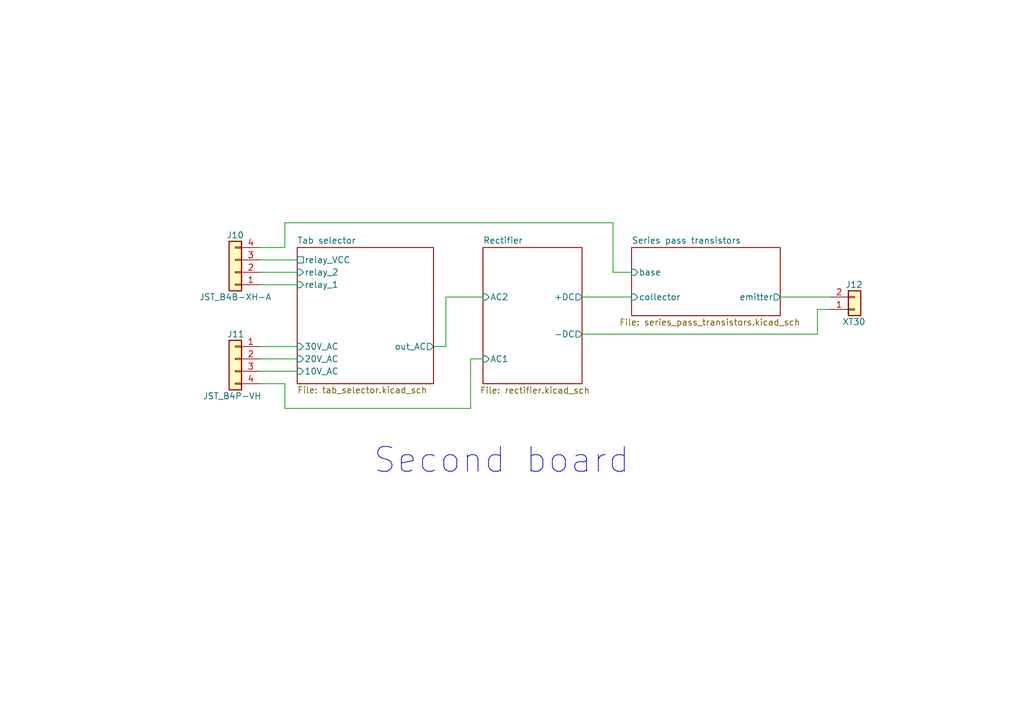
<source format=kicad_sch>
(kicad_sch (version 20231120) (generator "eeschema") (generator_version "8.0")
  (paper "A5")
  (title_block (title "DW3005T-power-board") (date "2024-02-26") (rev "1.0.0") (company "Dominik Workshop"))
  (lib_symbols
    (symbol "Connector_Generic:Conn_01x02" (pin_names (offset 1.016) hide)
      (property "Reference" "J" (at 0 2.54 0))
      (property "Value" "Conn_01x02" (at 0 -5.08 0))
      (symbol "Conn_01x02_1_1"
        (rectangle (start -1.27 -2.413) (end 0 -2.667) (stroke (width 0.1524)))
        (rectangle (start -1.27 0.127) (end 0 -0.127) (stroke (width 0.1524)))
        (rectangle (start -1.27 1.27) (end 1.27 -3.81) (stroke (width 0.254)) (fill (type background)))
        (pin passive line (at -5.08 0 0) (length 3.81) (name "Pin_1") (number "1"))
        (pin passive line (at -5.08 -2.54 0) (length 3.81) (name "Pin_2") (number "2"))
      )
    )
    (symbol "Connector_Generic:Conn_01x04" (pin_names (offset 1.016) hide)
      (property "Reference" "J" (at 0 5.08 0))
      (property "Value" "Conn_01x04" (at 0 -7.62 0))
      (symbol "Conn_01x04_1_1"
        (rectangle (start -1.27 -4.953) (end 0 -5.207) (stroke (width 0.1524)))
        (rectangle (start -1.27 -2.413) (end 0 -2.667) (stroke (width 0.1524)))
        (rectangle (start -1.27 0.127) (end 0 -0.127) (stroke (width 0.1524)))
        (rectangle (start -1.27 2.667) (end 0 2.413) (stroke (width 0.1524)))
        (rectangle (start -1.27 3.81) (end 1.27 -6.35) (stroke (width 0.254)) (fill (type background)))
        (pin passive line (at -5.08 2.54 0) (length 3.81) (name "Pin_1") (number "1"))
        (pin passive line (at -5.08 0 0) (length 3.81) (name "Pin_2") (number "2"))
        (pin passive line (at -5.08 -2.54 0) (length 3.81) (name "Pin_3") (number "3"))
        (pin passive line (at -5.08 -5.08 0) (length 3.81) (name "Pin_4") (number "4"))
      )
    )
  )
  (wire (pts (xy 119.38 60.96) (xy 129.54 60.96)))
  (wire (pts (xy 129.54 55.88) (xy 125.73 55.88)))
  (wire (pts (xy 88.9 71.12) (xy 91.44 71.12)))
  (wire (pts (xy 119.38 68.58) (xy 167.64 68.58)))
  (wire (pts (xy 99.06 73.66) (xy 96.52 73.66)))
  (wire (pts (xy 53.34 71.12) (xy 60.96 71.12)))
  (wire (pts (xy 160.02 60.96) (xy 170.18 60.96)))
  (wire (pts (xy 53.34 55.88) (xy 60.96 55.88)))
  (wire (pts (xy 125.73 55.88) (xy 125.73 45.72)))
  (wire (pts (xy 53.34 73.66) (xy 60.96 73.66)))
  (wire (pts (xy 91.44 60.96) (xy 91.44 71.12)))
  (wire (pts (xy 58.42 78.74) (xy 58.42 83.82)))
  (wire (pts (xy 53.34 58.42) (xy 60.96 58.42)))
  (wire (pts (xy 96.52 83.82) (xy 58.42 83.82)))
  (wire (pts (xy 167.64 63.5) (xy 167.64 68.58)))
  (wire (pts (xy 125.73 45.72) (xy 58.42 45.72)))
  (wire (pts (xy 53.34 53.34) (xy 60.96 53.34)))
  (wire (pts (xy 58.42 78.74) (xy 53.34 78.74)))
  (wire (pts (xy 58.42 45.72) (xy 58.42 50.8)))
  (wire (pts (xy 53.34 76.2) (xy 60.96 76.2)))
  (wire (pts (xy 96.52 73.66) (xy 96.52 83.82)))
  (wire (pts (xy 99.06 60.96) (xy 91.44 60.96)))
  (wire (pts (xy 58.42 50.8) (xy 53.34 50.8)))
  (wire (pts (xy 170.18 63.5) (xy 167.64 63.5)))
  (text "Second board\n" (at 102.87 94.615 0) (effects (font (size 5.08 5.08))))
  (symbol (lib_id "Connector_Generic:Conn_01x02") (at 175.26 63.5 0) (mirror x) (unit 1)
    (property "Reference" "J12" (at 173.355 58.42 0) (effects (justify left)))
    (property "Value" "XT30" (at 172.72 66.04 0) (effects (justify left)))
    (property "Footprint" "Connector_AMASS:AMASS_XT30U-F_1x02_P5.0mm_Vertical" (effects (hide yes)))
  )
  (symbol (lib_id "Connector_Generic:Conn_01x04") (at 48.26 73.66 0) (mirror y) (unit 1)
    (property "Reference" "J11" (at 50.165 68.58 0) (effects (justify left)))
    (property "Value" "JST_B4P-VH " (at 54.61 81.28 0) (effects (justify left)))
    (property "Footprint" "Connector_JST:JST_VH_B4P-VH_1x04_P3.96mm_Vertical" (effects (hide yes)))
  )
  (symbol (lib_id "Connector_Generic:Conn_01x04") (at 48.26 55.88 180) (unit 1)
    (property "Reference" "J10" (at 48.26 48.26 0))
    (property "Value" "JST_B4B-XH-A" (at 48.26 60.96 0))
    (property "Footprint" "Connector_JST:JST_XH_B4B-XH-A_1x04_P2.50mm_Vertical" (effects (hide yes)))
  )
  (sheet (at 60.96 50.8) (size 27.94 27.94) (stroke (width 0.1524))
    (property "Sheetname" "Tab selector" (at 60.96 50.0884 0) (effects (justify left bottom)))
    (property "Sheetfile" "tab_selector.kicad_sch" (at 60.96 79.3246 0) (effects (justify left top)))
    (pin "out_AC" output (at 88.9 71.12 0))
    (pin "20V_AC" input (at 60.96 73.66 180))
    (pin "10V_AC" input (at 60.96 76.2 180))
    (pin "30V_AC" input (at 60.96 71.12 180))
    (pin "relay_VCC" passive (at 60.96 53.34 180))
    (pin "relay_1" input (at 60.96 58.42 180))
    (pin "relay_2" input (at 60.96 55.88 180))
  )
  (sheet (at 99.06 50.8) (size 20.32 27.94) (stroke (width 0.1524))
    (property "Sheetname" "Rectifier" (at 99.06 50.0884 0) (effects (justify left bottom)))
    (property "Sheetfile" "rectifier.kicad_sch" (at 98.425 79.375 0) (effects (justify left top)))
    (pin "AC1" input (at 99.06 73.66 180))
    (pin "AC2" input (at 99.06 60.96 180))
    (pin "+DC" output (at 119.38 60.96 0))
    (pin "-DC" output (at 119.38 68.58 0))
  )
  (sheet (at 129.54 50.8) (size 30.48 13.97) (stroke (width 0.1524))
    (property "Sheetname" "Series pass transistors" (at 129.54 50.0884 0) (effects (justify left bottom)))
    (property "Sheetfile" "series_pass_transistors.kicad_sch" (at 127 65.405 0) (effects (justify left top)))
    (pin "collector" input (at 129.54 60.96 180))
    (pin "base" input (at 129.54 55.88 180))
    (pin "emitter" output (at 160.02 60.96 0))
  )
)
</source>
